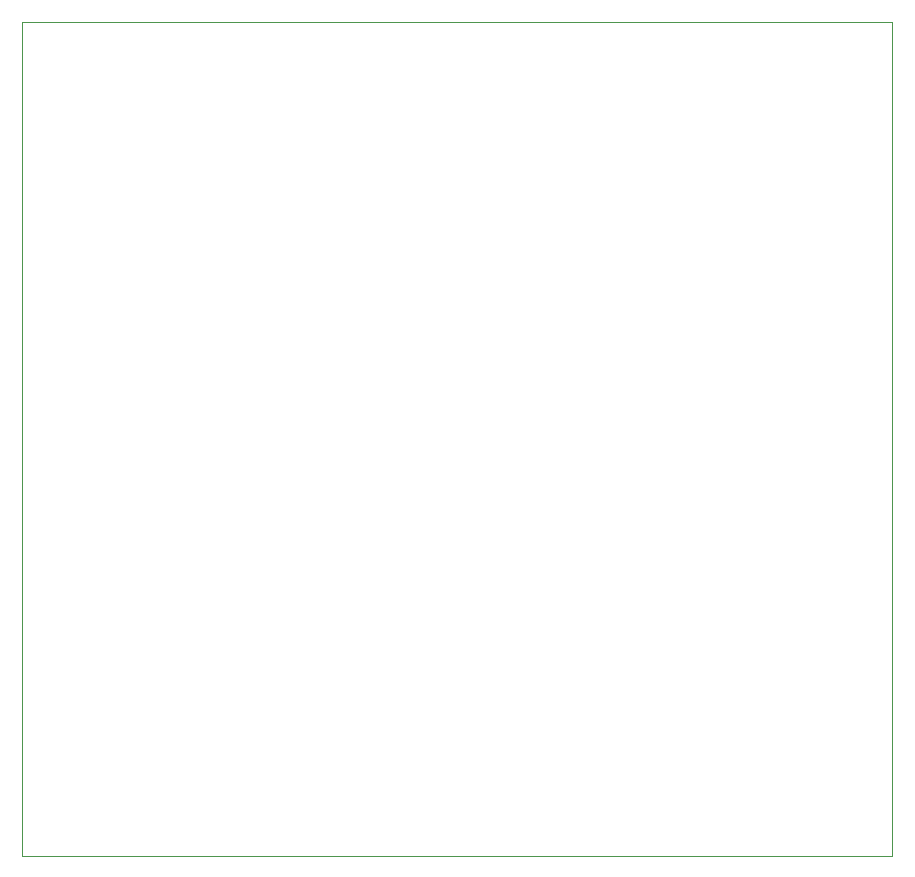
<source format=gm1>
G04 #@! TF.GenerationSoftware,KiCad,Pcbnew,(5.1.5)-3*
G04 #@! TF.CreationDate,2020-02-06T00:19:04+09:00*
G04 #@! TF.ProjectId,GradientDriver,47726164-6965-46e7-9444-72697665722e,rev?*
G04 #@! TF.SameCoordinates,Original*
G04 #@! TF.FileFunction,Profile,NP*
%FSLAX46Y46*%
G04 Gerber Fmt 4.6, Leading zero omitted, Abs format (unit mm)*
G04 Created by KiCad (PCBNEW (5.1.5)-3) date 2020-02-06 00:19:04*
%MOMM*%
%LPD*%
G04 APERTURE LIST*
%ADD10C,0.100000*%
G04 APERTURE END LIST*
D10*
X126492000Y-104648000D02*
X52832000Y-104648000D01*
X52832000Y-104648000D02*
X52832000Y-34036000D01*
X52832000Y-34036000D02*
X126492000Y-34036000D01*
X126492000Y-34036000D02*
X126492000Y-104648000D01*
M02*

</source>
